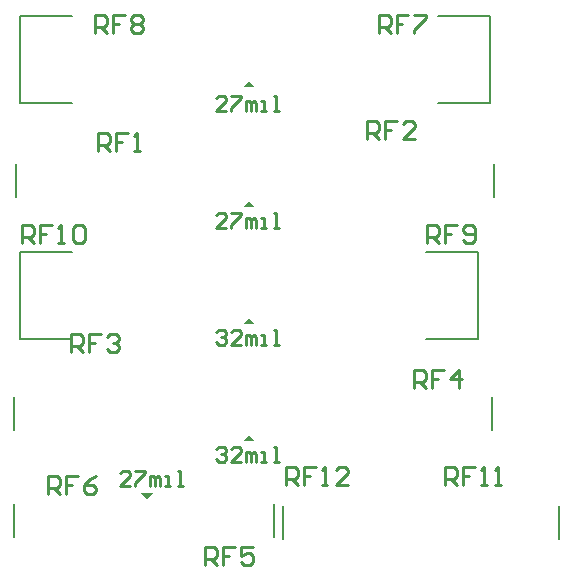
<source format=gto>
G04*
G04 #@! TF.GenerationSoftware,Altium Limited,Altium Designer,24.5.2 (23)*
G04*
G04 Layer_Color=65535*
%FSLAX25Y25*%
%MOIN*%
G70*
G04*
G04 #@! TF.SameCoordinates,1BA70C70-AC76-4000-BBC4-16FF1EE58307*
G04*
G04*
G04 #@! TF.FilePolarity,Positive*
G04*
G01*
G75*
%ADD10C,0.00500*%
%ADD11C,0.01000*%
G36*
X54638Y28833D02*
X52638Y26833D01*
X50638Y28833D01*
X54638D01*
D02*
G37*
G36*
X84685Y46228D02*
X86685Y48228D01*
X88685Y46228D01*
X84685D01*
D02*
G37*
G36*
Y85228D02*
X86685Y87228D01*
X88685Y85228D01*
X84685D01*
D02*
G37*
G36*
Y124228D02*
X86685Y126228D01*
X88685Y124228D01*
X84685D01*
D02*
G37*
G36*
Y164228D02*
X86685Y166228D01*
X88685Y164228D01*
X84685D01*
D02*
G37*
D10*
X8433Y14193D02*
Y25177D01*
X98016Y13595D02*
Y24579D01*
X8433Y49626D02*
Y60610D01*
X95000Y14193D02*
Y25177D01*
X189984Y13595D02*
Y24579D01*
X166980Y158728D02*
Y187728D01*
X149480Y158728D02*
X166980D01*
X149480Y187728D02*
X166980D01*
X10185Y158728D02*
Y187728D01*
X27685D01*
X10185Y158728D02*
X27685D01*
X167551Y49626D02*
Y60610D01*
X10185Y79988D02*
Y108988D01*
X27685D01*
X10185Y79988D02*
X27685D01*
X163043D02*
Y108988D01*
X145543Y79988D02*
X163043D01*
X145543Y108988D02*
X163043D01*
X168339Y127579D02*
Y138563D01*
X8827Y127579D02*
Y138563D01*
D11*
X19562Y28497D02*
Y34495D01*
X22561D01*
X23560Y33495D01*
Y31496D01*
X22561Y30496D01*
X19562D01*
X21561D02*
X23560Y28497D01*
X29558Y34495D02*
X25560D01*
Y31496D01*
X27559D01*
X25560D01*
Y28497D01*
X35557Y34495D02*
X33557Y33495D01*
X31558Y31496D01*
Y29497D01*
X32557Y28497D01*
X34557D01*
X35557Y29497D01*
Y30496D01*
X34557Y31496D01*
X31558D01*
X98800Y31563D02*
Y37561D01*
X101799D01*
X102799Y36561D01*
Y34562D01*
X101799Y33562D01*
X98800D01*
X100799D02*
X102799Y31563D01*
X108797Y37561D02*
X104798D01*
Y34562D01*
X106797D01*
X104798D01*
Y31563D01*
X110796D02*
X112795D01*
X111796D01*
Y37561D01*
X110796Y36561D01*
X119793Y31563D02*
X115795D01*
X119793Y35562D01*
Y36561D01*
X118793Y37561D01*
X116794D01*
X115795Y36561D01*
X27436Y75741D02*
Y81739D01*
X30435D01*
X31434Y80739D01*
Y78740D01*
X30435Y77741D01*
X27436D01*
X29435D02*
X31434Y75741D01*
X37432Y81739D02*
X33434D01*
Y78740D01*
X35433D01*
X33434D01*
Y75741D01*
X39432Y80739D02*
X40431Y81739D01*
X42431D01*
X43431Y80739D01*
Y79740D01*
X42431Y78740D01*
X41431D01*
X42431D01*
X43431Y77741D01*
Y76741D01*
X42431Y75741D01*
X40431D01*
X39432Y76741D01*
X71814Y4875D02*
Y10873D01*
X74813D01*
X75812Y9873D01*
Y7874D01*
X74813Y6874D01*
X71814D01*
X73813D02*
X75812Y4875D01*
X81810Y10873D02*
X77812D01*
Y7874D01*
X79811D01*
X77812D01*
Y4875D01*
X87808Y10873D02*
X83810D01*
Y7874D01*
X85809Y8874D01*
X86809D01*
X87808Y7874D01*
Y5875D01*
X86809Y4875D01*
X84809D01*
X83810Y5875D01*
X151800Y31563D02*
Y37561D01*
X154799D01*
X155799Y36561D01*
Y34562D01*
X154799Y33562D01*
X151800D01*
X153799D02*
X155799Y31563D01*
X161797Y37561D02*
X157798D01*
Y34562D01*
X159797D01*
X157798D01*
Y31563D01*
X163796D02*
X165796D01*
X164796D01*
Y37561D01*
X163796Y36561D01*
X168795Y31563D02*
X170794D01*
X169794D01*
Y37561D01*
X168795Y36561D01*
X75685Y82395D02*
X76518Y83228D01*
X78184D01*
X79017Y82395D01*
Y81562D01*
X78184Y80729D01*
X77351D01*
X78184D01*
X79017Y79896D01*
Y79063D01*
X78184Y78230D01*
X76518D01*
X75685Y79063D01*
X84016Y78230D02*
X80683D01*
X84016Y81562D01*
Y82395D01*
X83183Y83228D01*
X81516D01*
X80683Y82395D01*
X85682Y78230D02*
Y81562D01*
X86515D01*
X87348Y80729D01*
Y78230D01*
Y80729D01*
X88181Y81562D01*
X89014Y80729D01*
Y78230D01*
X90680D02*
X92346D01*
X91513D01*
Y81562D01*
X90680D01*
X94845Y78230D02*
X96512D01*
X95679D01*
Y83228D01*
X94845D01*
X79017Y156230D02*
X75685D01*
X79017Y159562D01*
Y160395D01*
X78184Y161228D01*
X76518D01*
X75685Y160395D01*
X80683Y161228D02*
X84016D01*
Y160395D01*
X80683Y157063D01*
Y156230D01*
X85682D02*
Y159562D01*
X86515D01*
X87348Y158729D01*
Y156230D01*
Y158729D01*
X88181Y159562D01*
X89014Y158729D01*
Y156230D01*
X90680D02*
X92346D01*
X91513D01*
Y159562D01*
X90680D01*
X94845Y156230D02*
X96512D01*
X95679D01*
Y161228D01*
X94845D01*
X75685Y43395D02*
X76518Y44228D01*
X78184D01*
X79017Y43395D01*
Y42562D01*
X78184Y41729D01*
X77351D01*
X78184D01*
X79017Y40896D01*
Y40063D01*
X78184Y39230D01*
X76518D01*
X75685Y40063D01*
X84016Y39230D02*
X80683D01*
X84016Y42562D01*
Y43395D01*
X83183Y44228D01*
X81516D01*
X80683Y43395D01*
X85682Y39230D02*
Y42562D01*
X86515D01*
X87348Y41729D01*
Y39230D01*
Y41729D01*
X88181Y42562D01*
X89014Y41729D01*
Y39230D01*
X90680D02*
X92346D01*
X91513D01*
Y42562D01*
X90680D01*
X94845Y39230D02*
X96512D01*
X95679D01*
Y44228D01*
X94845D01*
X47017Y31230D02*
X43685D01*
X47017Y34562D01*
Y35395D01*
X46184Y36228D01*
X44518D01*
X43685Y35395D01*
X48683Y36228D02*
X52016D01*
Y35395D01*
X48683Y32063D01*
Y31230D01*
X53682D02*
Y34562D01*
X54515D01*
X55348Y33729D01*
Y31230D01*
Y33729D01*
X56181Y34562D01*
X57014Y33729D01*
Y31230D01*
X58680D02*
X60346D01*
X59513D01*
Y34562D01*
X58680D01*
X62845Y31230D02*
X64512D01*
X63679D01*
Y36228D01*
X62845D01*
X79017Y117230D02*
X75685D01*
X79017Y120562D01*
Y121395D01*
X78184Y122228D01*
X76518D01*
X75685Y121395D01*
X80683Y122228D02*
X84016D01*
Y121395D01*
X80683Y118063D01*
Y117230D01*
X85682D02*
Y120562D01*
X86515D01*
X87348Y119729D01*
Y117230D01*
Y119729D01*
X88181Y120562D01*
X89014Y119729D01*
Y117230D01*
X90680D02*
X92346D01*
X91513D01*
Y120562D01*
X90680D01*
X94845Y117230D02*
X96512D01*
X95679D01*
Y122228D01*
X94845D01*
X10900Y112263D02*
Y118261D01*
X13899D01*
X14899Y117261D01*
Y115262D01*
X13899Y114262D01*
X10900D01*
X12899D02*
X14899Y112263D01*
X20897Y118261D02*
X16898D01*
Y115262D01*
X18897D01*
X16898D01*
Y112263D01*
X22896D02*
X24895D01*
X23896D01*
Y118261D01*
X22896Y117261D01*
X27894D02*
X28894Y118261D01*
X30893D01*
X31893Y117261D01*
Y113263D01*
X30893Y112263D01*
X28894D01*
X27894Y113263D01*
Y117261D01*
X146100Y112263D02*
Y118261D01*
X149099D01*
X150099Y117261D01*
Y115262D01*
X149099Y114262D01*
X146100D01*
X148099D02*
X150099Y112263D01*
X156097Y118261D02*
X152098D01*
Y115262D01*
X154097D01*
X152098D01*
Y112263D01*
X158096Y113263D02*
X159096Y112263D01*
X161095D01*
X162095Y113263D01*
Y117261D01*
X161095Y118261D01*
X159096D01*
X158096Y117261D01*
Y116262D01*
X159096Y115262D01*
X162095D01*
X35310Y182040D02*
Y188038D01*
X38309D01*
X39308Y187039D01*
Y185039D01*
X38309Y184040D01*
X35310D01*
X37309D02*
X39308Y182040D01*
X45306Y188038D02*
X41308D01*
Y185039D01*
X43307D01*
X41308D01*
Y182040D01*
X47306Y187039D02*
X48305Y188038D01*
X50305D01*
X51305Y187039D01*
Y186039D01*
X50305Y185039D01*
X51305Y184040D01*
Y183040D01*
X50305Y182040D01*
X48305D01*
X47306Y183040D01*
Y184040D01*
X48305Y185039D01*
X47306Y186039D01*
Y187039D01*
X48305Y185039D02*
X50305D01*
X129798Y182040D02*
Y188038D01*
X132797D01*
X133797Y187039D01*
Y185039D01*
X132797Y184040D01*
X129798D01*
X131797D02*
X133797Y182040D01*
X139795Y188038D02*
X135796D01*
Y185039D01*
X137795D01*
X135796D01*
Y182040D01*
X141794Y188038D02*
X145793D01*
Y187039D01*
X141794Y183040D01*
Y182040D01*
X141609Y63930D02*
Y69928D01*
X144608D01*
X145608Y68928D01*
Y66929D01*
X144608Y65930D01*
X141609D01*
X143608D02*
X145608Y63930D01*
X151606Y69928D02*
X147607D01*
Y66929D01*
X149606D01*
X147607D01*
Y63930D01*
X156604D02*
Y69928D01*
X153605Y66929D01*
X157604D01*
X125861Y146607D02*
Y152605D01*
X128860D01*
X129860Y151606D01*
Y149606D01*
X128860Y148607D01*
X125861D01*
X127860D02*
X129860Y146607D01*
X135858Y152605D02*
X131859D01*
Y149606D01*
X133858D01*
X131859D01*
Y146607D01*
X141856D02*
X137857D01*
X141856Y150606D01*
Y151606D01*
X140856Y152605D01*
X138857D01*
X137857Y151606D01*
X36309Y142670D02*
Y148668D01*
X39308D01*
X40308Y147669D01*
Y145669D01*
X39308Y144670D01*
X36309D01*
X38309D02*
X40308Y142670D01*
X46306Y148668D02*
X42307D01*
Y145669D01*
X44307D01*
X42307D01*
Y142670D01*
X48305D02*
X50305D01*
X49305D01*
Y148668D01*
X48305Y147669D01*
M02*

</source>
